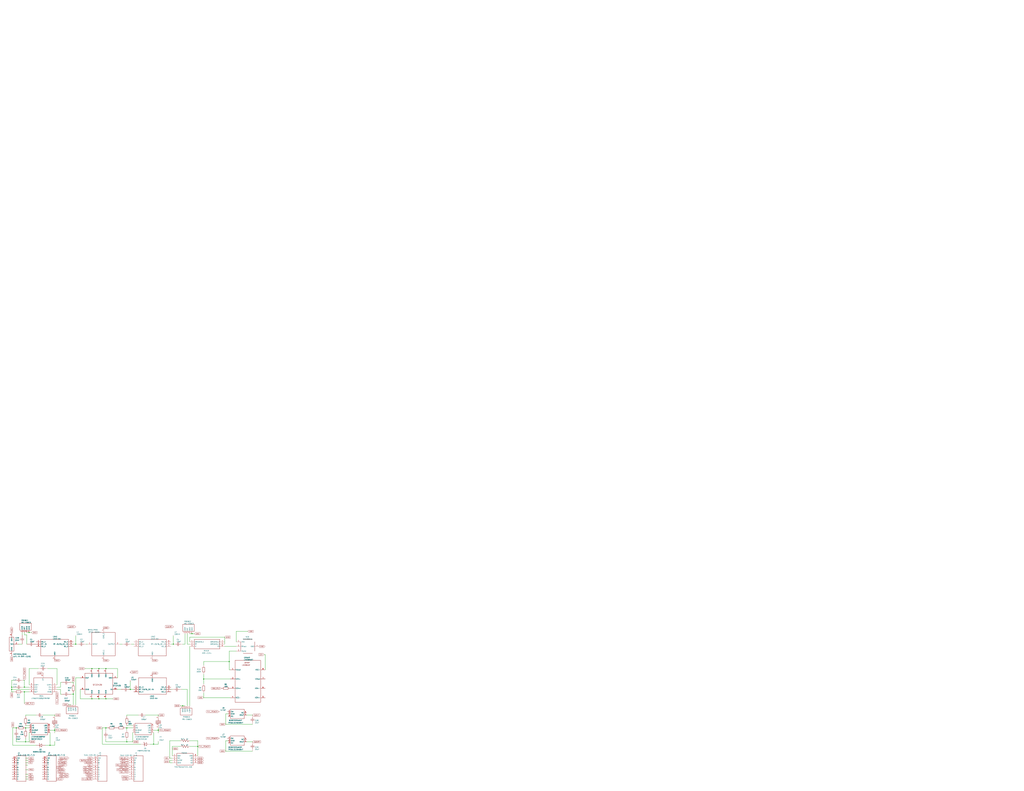
<source format=kicad_sch>
(kicad_sch (version 20211123) (generator eeschema)
  (paper "E")
  (junction (at 215.9 815.213))
  (junction (at 107.95 763.143))
  (junction (at 100.33 763.143))
  (junction (at 27.94 794.893))
  (junction (at 115.57 763.143))
  (junction (at 142.24 752.983))
  (junction (at 115.57 730.123))
  (junction (at 26.67 750.443))
  (junction (at 17.78 794.893))
  (junction (at 27.94 810.133))
  (junction (at 222.25 741.553))
  (junction (at 59.69 797.433))
  (junction (at 209.55 692.023))
  (junction (at 80.01 758.063))
  (junction (at 82.55 703.453))
  (junction (at 138.43 810.133))
  (junction (at 199.39 770.763))
  (junction (at 31.75 690.753))
  (junction (at 250.19 722.503))
  (junction (at 189.23 703.453))
  (junction (at 167.64 812.673))
  (junction (at 172.72 797.433))
  (junction (at 107.95 730.123))
  (junction (at 138.43 794.893))
  (junction (at 26.67 755.523))
  (junction (at 12.7 750.443))
  (junction (at 54.61 813.943))
  (junction (at 12.7 752.983))
  (junction (at 115.57 794.893))
  (junction (at 100.33 730.123))
  (wire (pts (xy 204.47 692.023) (xy 204.47 703.453)) (stroke (width 0.254)))
  (wire (pts (xy 212.09 692.023) (xy 209.55 692.023)) (stroke (width 0.254)))
  (wire (pts (xy 138.43 810.133) (xy 138.43 807.593)) (stroke (width 0.254)))
  (wire (pts (xy 13.97 794.893) (xy 17.78 794.893)) (stroke (width 0.254)))
  (wire (pts (xy 80.01 769.493) (xy 80.01 758.063)) (stroke (width 0.254)))
  (wire (pts (xy 289.56 714.883) (xy 288.29 714.883)) (stroke (width 0.254)))
  (wire (pts (xy 185.42 827.913) (xy 185.42 808.863)) (stroke (width 0.254)))
  (wire (pts (xy 111.76 794.893) (xy 111.76 812.673)) (stroke (width 0.254)))
  (wire (pts (xy 185.42 808.863) (xy 196.85 808.863)) (stroke (width 0.254)))
  (wire (pts (xy 93.98 703.453) (xy 95.25 703.453)) (stroke (width 0.254)))
  (wire (pts (xy 289.56 731.393) (xy 289.56 714.883)) (stroke (width 0.254)))
  (wire (pts (xy 54.61 813.943) (xy 49.53 813.943)) (stroke (width 0.254)))
  (wire (pts (xy 257.81 711.073) (xy 250.19 711.073)) (stroke (width 0.254)))
  (wire (pts (xy 82.55 694.563) (xy 82.55 703.453)) (stroke (width 0.254)))
  (wire (pts (xy 27.94 796.163) (xy 27.94 794.893)) (stroke (width 0.254)))
  (wire (pts (xy 66.04 745.363) (xy 67.31 745.363)) (stroke (width 0.254)))
  (wire (pts (xy 59.69 810.133) (xy 59.69 813.943)) (stroke (width 0.254)))
  (wire (pts (xy 172.72 780.923) (xy 172.72 782.193)) (stroke (width 0.254)))
  (wire (pts (xy 26.67 742.823) (xy 26.67 750.443)) (stroke (width 0.254)))
  (wire (pts (xy 34.29 690.753) (xy 31.75 690.753)) (stroke (width 0.254)))
  (wire (pts (xy 26.67 690.753) (xy 26.67 693.293)) (stroke (width 0.254)))
  (wire (pts (xy 215.9 815.213) (xy 207.01 815.213)) (stroke (width 0.254)))
  (wire (pts (xy 187.96 832.993) (xy 185.42 832.993)) (stroke (width 0.254)))
  (wire (pts (xy 27.94 782.193) (xy 27.94 780.923)) (stroke (width 0.254)))
  (wire (pts (xy 167.64 797.433) (xy 172.72 797.433)) (stroke (width 0.254)))
  (wire (pts (xy 25.4 742.823) (xy 26.67 742.823)) (stroke (width 0.254)))
  (wire (pts (xy 257.81 689.483) (xy 270.51 689.483)) (stroke (width 0.254)))
  (wire (pts (xy 62.23 752.983) (xy 66.04 752.983)) (stroke (width 0.254)))
  (wire (pts (xy 151.13 780.923) (xy 138.43 780.923)) (stroke (width 0.254)))
  (wire (pts (xy 215.9 825.373) (xy 215.9 815.213)) (stroke (width 0.254)))
  (wire (pts (xy 15.24 755.523) (xy 12.7 755.523)) (stroke (width 0.254)))
  (wire (pts (xy 20.32 703.453) (xy 24.13 703.453)) (stroke (width 0.254)))
  (wire (pts (xy 138.43 794.893) (xy 144.78 794.893)) (stroke (width 0.254)))
  (wire (pts (xy 172.72 810.133) (xy 172.72 812.673)) (stroke (width 0.254)))
  (wire (pts (xy 246.38 779.653) (xy 248.92 779.653)) (stroke (width 0.254)))
  (wire (pts (xy 59.69 813.943) (xy 54.61 813.943)) (stroke (width 0.254)))
  (wire (pts (xy 246.38 808.863) (xy 248.92 808.863)) (stroke (width 0.254)))
  (wire (pts (xy 196.85 770.763) (xy 199.39 770.763)) (stroke (width 0.254)))
  (wire (pts (xy 144.78 799.973) (xy 144.78 810.133)) (stroke (width 0.254)))
  (wire (pts (xy 30.48 850.773) (xy 27.94 850.773)) (stroke (width 0.254)))
  (wire (pts (xy 62.23 730.123) (xy 62.23 747.903)) (stroke (width 0.254)))
  (wire (pts (xy 31.75 792.353) (xy 27.94 792.353)) (stroke (width 0.254)))
  (wire (pts (xy 59.69 780.923) (xy 59.69 782.193)) (stroke (width 0.254)))
  (wire (pts (xy 27.94 780.923) (xy 39.37 780.923)) (stroke (width 0.254)))
  (wire (pts (xy 115.57 730.123) (xy 128.27 730.123)) (stroke (width 0.254)))
  (wire (pts (xy 201.93 703.453) (xy 199.39 703.453)) (stroke (width 0.254)))
  (wire (pts (xy 123.19 763.143) (xy 115.57 763.143)) (stroke (width 0.254)))
  (wire (pts (xy 31.75 690.753) (xy 29.21 690.753)) (stroke (width 0.254)))
  (wire (pts (xy 31.75 752.983) (xy 12.7 752.983)) (stroke (width 0.254)))
  (wire (pts (xy 275.59 791.083) (xy 246.38 791.083)) (stroke (width 0.254)))
  (wire (pts (xy 27.94 810.133) (xy 27.94 806.323)) (stroke (width 0.254)))
  (wire (pts (xy 39.37 813.943) (xy 13.97 813.943)) (stroke (width 0.254)))
  (wire (pts (xy 132.08 752.983) (xy 128.27 752.983)) (stroke (width 0.254)))
  (wire (pts (xy 25.4 755.523) (xy 26.67 755.523)) (stroke (width 0.254)))
  (wire (pts (xy 207.01 705.993) (xy 207.01 770.763)) (stroke (width 0.254)))
  (wire (pts (xy 82.55 769.493) (xy 82.55 740.283)) (stroke (width 0.254)))
  (wire (pts (xy 15.24 742.823) (xy 12.7 742.823)) (stroke (width 0.254)))
  (wire (pts (xy 27.94 827.913) (xy 30.48 827.913)) (stroke (width 0.254)))
  (wire (pts (xy 142.24 752.983) (xy 142.24 744.093)) (stroke (width 0.254)))
  (wire (pts (xy 187.96 752.983) (xy 186.69 752.983)) (stroke (width 0.254)))
  (wire (pts (xy 204.47 703.453) (xy 207.01 703.453)) (stroke (width 0.254)))
  (wire (pts (xy 246.38 791.083) (xy 246.38 779.653)) (stroke (width 0.254)))
  (wire (pts (xy 250.19 722.503) (xy 222.25 722.503)) (stroke (width 0.254)))
  (wire (pts (xy 31.75 799.973) (xy 31.75 810.133)) (stroke (width 0.254)))
  (wire (pts (xy 138.43 792.353) (xy 144.78 792.353)) (stroke (width 0.254)))
  (wire (pts (xy 138.43 797.433) (xy 138.43 794.893)) (stroke (width 0.254)))
  (wire (pts (xy 269.24 810.133) (xy 275.59 810.133)) (stroke (width 0.254)))
  (wire (pts (xy 12.7 742.823) (xy 12.7 750.443)) (stroke (width 0.254)))
  (wire (pts (xy 107.95 763.143) (xy 100.33 763.143)) (stroke (width 0.254)))
  (wire (pts (xy 185.42 830.453) (xy 187.96 830.453)) (stroke (width 0.254)))
  (wire (pts (xy 66.04 752.983) (xy 66.04 758.063)) (stroke (width 0.254)))
  (wire (pts (xy 100.33 730.123) (xy 107.95 730.123)) (stroke (width 0.254)))
  (wire (pts (xy 80.01 756.793) (xy 80.01 758.063)) (stroke (width 0.254)))
  (wire (pts (xy 27.94 830.453) (xy 30.48 830.453)) (stroke (width 0.254)))
  (wire (pts (xy 26.67 693.293) (xy 29.21 693.293)) (stroke (width 0.254)))
  (wire (pts (xy 26.67 755.523) (xy 26.67 768.223)) (stroke (width 0.254)))
  (wire (pts (xy 204.47 752.983) (xy 198.12 752.983)) (stroke (width 0.254)))
  (wire (pts (xy 130.81 703.453) (xy 133.35 703.453)) (stroke (width 0.254)))
  (wire (pts (xy 209.55 692.023) (xy 207.01 692.023)) (stroke (width 0.254)))
  (wire (pts (xy 250.19 711.073) (xy 250.19 722.503)) (stroke (width 0.254)))
  (wire (pts (xy 257.81 705.993) (xy 245.11 705.993)) (stroke (width 0.254)))
  (wire (pts (xy 115.57 807.593) (xy 115.57 810.133)) (stroke (width 0.254)))
  (wire (pts (xy 167.64 799.973) (xy 167.64 812.673)) (stroke (width 0.254)))
  (wire (pts (xy 31.75 730.123) (xy 41.91 730.123)) (stroke (width 0.254)))
  (wire (pts (xy 245.11 695.833) (xy 245.11 703.453)) (stroke (width 0.254)))
  (wire (pts (xy 222.25 761.873) (xy 222.25 756.793)) (stroke (width 0.254)))
  (wire (pts (xy 100.33 763.143) (xy 87.63 763.143)) (stroke (width 0.254)))
  (wire (pts (xy 80.01 746.633) (xy 80.01 745.363)) (stroke (width 0.254)))
  (wire (pts (xy 115.57 763.143) (xy 107.95 763.143)) (stroke (width 0.254)))
  (wire (pts (xy 222.25 746.633) (xy 222.25 741.553)) (stroke (width 0.254)))
  (wire (pts (xy 172.72 797.433) (xy 172.72 794.893)) (stroke (width 0.254)))
  (wire (pts (xy 222.25 741.553) (xy 251.46 741.553)) (stroke (width 0.254)))
  (wire (pts (xy 12.7 755.523) (xy 12.7 752.983)) (stroke (width 0.254)))
  (wire (pts (xy 80.01 758.063) (xy 77.47 758.063)) (stroke (width 0.254)))
  (wire (pts (xy 187.96 827.913) (xy 185.42 827.913)) (stroke (width 0.254)))
  (wire (pts (xy 26.67 750.443) (xy 25.4 750.443)) (stroke (width 0.254)))
  (wire (pts (xy 80.01 703.453) (xy 82.55 703.453)) (stroke (width 0.254)))
  (wire (pts (xy 31.75 810.133) (xy 27.94 810.133)) (stroke (width 0.254)))
  (wire (pts (xy 146.05 752.983) (xy 142.24 752.983)) (stroke (width 0.254)))
  (wire (pts (xy 59.69 797.433) (xy 59.69 794.893)) (stroke (width 0.254)))
  (wire (pts (xy 26.67 755.523) (xy 31.75 755.523)) (stroke (width 0.254)))
  (wire (pts (xy 222.25 722.503) (xy 222.25 726.313)) (stroke (width 0.254)))
  (wire (pts (xy 137.16 794.893) (xy 138.43 794.893)) (stroke (width 0.254)))
  (wire (pts (xy 92.71 730.123) (xy 100.33 730.123)) (stroke (width 0.254)))
  (wire (pts (xy 12.7 752.983) (xy 12.7 750.443)) (stroke (width 0.254)))
  (wire (pts (xy 115.57 797.433) (xy 115.57 794.893)) (stroke (width 0.254)))
  (wire (pts (xy 215.9 808.863) (xy 215.9 815.213)) (stroke (width 0.254)))
  (wire (pts (xy 167.64 812.673) (xy 163.83 812.673)) (stroke (width 0.254)))
  (wire (pts (xy 31.75 794.893) (xy 27.94 794.893)) (stroke (width 0.254)))
  (wire (pts (xy 269.24 780.923) (xy 275.59 780.923)) (stroke (width 0.254)))
  (wire (pts (xy 138.43 780.923) (xy 138.43 782.193)) (stroke (width 0.254)))
  (wire (pts (xy 128.27 730.123) (xy 128.27 740.283)) (stroke (width 0.254)))
  (wire (pts (xy 186.69 703.453) (xy 189.23 703.453)) (stroke (width 0.254)))
  (wire (pts (xy 54.61 797.433) (xy 59.69 797.433)) (stroke (width 0.254)))
  (wire (pts (xy 87.63 763.143) (xy 87.63 752.983)) (stroke (width 0.254)))
  (wire (pts (xy 12.7 750.443) (xy 15.24 750.443)) (stroke (width 0.254)))
  (wire (pts (xy 275.59 820.293) (xy 246.38 820.293)) (stroke (width 0.254)))
  (wire (pts (xy 246.38 820.293) (xy 246.38 808.863)) (stroke (width 0.254)))
  (wire (pts (xy 143.51 703.453) (xy 146.05 703.453)) (stroke (width 0.254)))
  (wire (pts (xy 196.85 815.213) (xy 187.96 815.213)) (stroke (width 0.254)))
  (wire (pts (xy 31.75 750.443) (xy 26.67 750.443)) (stroke (width 0.254)))
  (wire (pts (xy 250.19 731.393) (xy 250.19 722.503)) (stroke (width 0.254)))
  (wire (pts (xy 17.78 810.133) (xy 27.94 810.133)) (stroke (width 0.254)))
  (wire (pts (xy 52.07 730.123) (xy 62.23 730.123)) (stroke (width 0.254)))
  (wire (pts (xy 30.48 848.233) (xy 27.94 848.233)) (stroke (width 0.254)))
  (wire (pts (xy 17.78 806.323) (xy 17.78 810.133)) (stroke (width 0.254)))
  (wire (pts (xy 82.55 740.283) (xy 87.63 740.283)) (stroke (width 0.254)))
  (wire (pts (xy 82.55 703.453) (xy 83.82 703.453)) (stroke (width 0.254)))
  (wire (pts (xy 158.75 780.923) (xy 172.72 780.923)) (stroke (width 0.254)))
  (wire (pts (xy 207.01 695.833) (xy 207.01 700.913)) (stroke (width 0.254)))
  (wire (pts (xy 27.94 832.993) (xy 30.48 832.993)) (stroke (width 0.254)))
  (wire (pts (xy 29.21 693.293) (xy 29.21 703.453)) (stroke (width 0.254)))
  (wire (pts (xy 222.25 736.473) (xy 222.25 741.553)) (stroke (width 0.254)))
  (wire (pts (xy 13.97 813.943) (xy 13.97 794.893)) (stroke (width 0.254)))
  (wire (pts (xy 74.93 769.493) (xy 77.47 769.493)) (stroke (width 0.254)))
  (wire (pts (xy 185.42 830.453) (xy 185.42 832.993)) (stroke (width 0.254)))
  (wire (pts (xy 187.96 815.213) (xy 187.96 825.373)) (stroke (width 0.254)))
  (wire (pts (xy 207.01 808.863) (xy 215.9 808.863)) (stroke (width 0.254)))
  (wire (pts (xy 115.57 794.893) (xy 111.76 794.893)) (stroke (width 0.254)))
  (wire (pts (xy 27.94 845.693) (xy 30.48 845.693)) (stroke (width 0.254)))
  (wire (pts (xy 245.11 695.833) (xy 207.01 695.833)) (stroke (width 0.254)))
  (wire (pts (xy 24.13 693.293) (xy 24.13 690.753)) (stroke (width 0.254)))
  (wire (pts (xy 31.75 747.903) (xy 31.75 730.123)) (stroke (width 0.254)))
  (wire (pts (xy 204.47 770.763) (xy 204.47 752.983)) (stroke (width 0.254)))
  (wire (pts (xy 172.72 799.973) (xy 172.72 797.433)) (stroke (width 0.254)))
  (wire (pts (xy 111.76 812.673) (xy 153.67 812.673)) (stroke (width 0.254)))
  (wire (pts (xy 27.94 835.533) (xy 30.48 835.533)) (stroke (width 0.254)))
  (wire (pts (xy 116.84 794.893) (xy 115.57 794.893)) (stroke (width 0.254)))
  (wire (pts (xy 46.99 780.923) (xy 59.69 780.923)) (stroke (width 0.254)))
  (wire (pts (xy 17.78 794.893) (xy 17.78 796.163)) (stroke (width 0.254)))
  (wire (pts (xy 257.81 700.913) (xy 257.81 689.483)) (stroke (width 0.254)))
  (wire (pts (xy 172.72 812.673) (xy 167.64 812.673)) (stroke (width 0.254)))
  (wire (pts (xy 107.95 730.123) (xy 115.57 730.123)) (stroke (width 0.254)))
  (wire (pts (xy 27.94 840.613) (xy 30.48 840.613)) (stroke (width 0.254)))
  (wire (pts (xy 80.01 745.363) (xy 77.47 745.363)) (stroke (width 0.254)))
  (wire (pts (xy 144.78 810.133) (xy 138.43 810.133)) (stroke (width 0.254)))
  (wire (pts (xy 66.04 750.443) (xy 66.04 745.363)) (stroke (width 0.254)))
  (wire (pts (xy 66.04 758.063) (xy 67.31 758.063)) (stroke (width 0.254)))
  (wire (pts (xy 59.69 797.433) (xy 59.69 799.973)) (stroke (width 0.254)))
  (wire (pts (xy 189.23 694.563) (xy 189.23 703.453)) (stroke (width 0.254)))
  (wire (pts (xy 115.57 810.133) (xy 138.43 810.133)) (stroke (width 0.254)))
  (wire (pts (xy 251.46 731.393) (xy 250.19 731.393)) (stroke (width 0.254)))
  (wire (pts (xy 251.46 761.873) (xy 222.25 761.873)) (stroke (width 0.254)))
  (wire (pts (xy 199.39 770.763) (xy 201.93 770.763)) (stroke (width 0.254)))
  (wire (pts (xy 201.93 692.023) (xy 201.93 703.453)) (stroke (width 0.254)))
  (wire (pts (xy 62.23 750.443) (xy 66.04 750.443)) (stroke (width 0.254)))
  (wire (pts (xy 54.61 799.973) (xy 54.61 813.943)) (stroke (width 0.254)))
  (global_label "SDA" (shape input) (at 187.96 817.753 0) (property "Intersheet References" "${INTERSHEET_REFS}" (effects hide)))
  (global_label "GND" (shape input) (at 92.71 730.123 180) (property "Intersheet References" "${INTERSHEET_REFS}" (effects hide)))
  (global_label "TX" (shape input) (at 30.48 832.993 0) (property "Intersheet References" "${INTERSHEET_REFS}" (effects hide)))
  (global_label "RST" (shape input) (at 101.6 827.913 180) (property "Intersheet References" "${INTERSHEET_REFS}" (effects hide)))
  (global_label "GND" (shape input) (at 59.69 780.923 0) (property "Intersheet References" "${INTERSHEET_REFS}" (effects hide)))
  (global_label "SEL_PH1" (shape input) (at 101.6 838.073 180) (property "Intersheet References" "${INTERSHEET_REFS}" (effects hide)))
  (global_label "GND" (shape input) (at 221.996 830.453 180) (property "Intersheet References" "${INTERSHEET_REFS}" (effects hide)))
  (global_label "3.6VRF" (shape input) (at 275.59 810.133 0) (property "Intersheet References" "${INTERSHEET_REFS}" (effects hide)))
  (global_label "GND" (shape input) (at 144.78 810.133 0) (property "Intersheet References" "${INTERSHEET_REFS}" (effects hide)))
  (global_label "SOLAR_X" (shape input) (at 75.184 827.913 180) (property "Intersheet References" "${INTERSHEET_REFS}" (effects hide)))
  (global_label "SCL" (shape input) (at 30.48 848.233 0) (property "Intersheet References" "${INTERSHEET_REFS}" (effects hide)))
  (global_label "MPPT_Y" (shape input) (at 140.97 832.993 180) (property "Intersheet References" "${INTERSHEET_REFS}" (effects hide)))
  (global_label "DAC_PL2" (shape input) (at 75.184 845.693 180) (property "Intersheet References" "${INTERSHEET_REFS}" (effects hide)))
  (global_label "GND" (shape input) (at 46.99 735.203 180) (property "Intersheet References" "${INTERSHEET_REFS}" (effects hide)))
  (global_label "PALE" (shape input) (at 101.6 848.233 180) (property "Intersheet References" "${INTERSHEET_REFS}" (effects hide)))
  (global_label "CHRG" (shape input) (at 140.97 850.773 180) (property "Intersheet References" "${INTERSHEET_REFS}" (effects hide)))
  (global_label "GND" (shape input) (at 12.7 684.657 270) (property "Intersheet References" "${INTERSHEET_REFS}" (effects hide)))
  (global_label "GND" (shape input) (at 74.93 769.493 180) (property "Intersheet References" "${INTERSHEET_REFS}" (effects hide)))
  (global_label "MPPT_X" (shape input) (at 73.152 830.453 180) (property "Intersheet References" "${INTERSHEET_REFS}" (effects hide)))
  (global_label "P/L_POWER" (shape input) (at 26.67 742.823 90) (property "Intersheet References" "${INTERSHEET_REFS}" (effects hide)))
  (global_label "GND" (shape input) (at 12.7 755.523 270) (property "Intersheet References" "${INTERSHEET_REFS}" (effects hide)))
  (global_label "GND" (shape input) (at 245.11 695.833 0) (property "Intersheet References" "${INTERSHEET_REFS}" (effects hide)))
  (global_label "SEL_PH3" (shape input) (at 140.97 843.153 180) (property "Intersheet References" "${INTERSHEET_REFS}" (effects hide)))
  (global_label "GND" (shape input) (at 221.996 827.913 180) (property "Intersheet References" "${INTERSHEET_REFS}" (effects hide)))
  (global_label "GND" (shape input) (at 31.75 810.133 0) (property "Intersheet References" "${INTERSHEET_REFS}" (effects hide)))
  (global_label "SCL" (shape input) (at 185.42 827.913 180) (property "Intersheet References" "${INTERSHEET_REFS}" (effects hide)))
  (global_label "P/L_POWER" (shape input) (at 140.97 840.613 180) (property "Intersheet References" "${INTERSHEET_REFS}" (effects hide)))
  (global_label "GND" (shape input) (at 289.306 705.993 180) (property "Intersheet References" "${INTERSHEET_REFS}" (effects hide)))
  (global_label "SEL" (shape input) (at 101.6 835.533 180) (property "Intersheet References" "${INTERSHEET_REFS}" (effects hide)))
  (global_label "P/L_POWER" (shape input) (at 172.72 797.433 0) (property "Intersheet References" "${INTERSHEET_REFS}" (effects hide)))
  (global_label "GND" (shape input) (at 246.38 791.083 180) (property "Intersheet References" "${INTERSHEET_REFS}" (effects hide)))
  (global_label "NRST" (shape input) (at 69.088 838.073 180) (property "Intersheet References" "${INTERSHEET_REFS}" (effects hide)))
  (global_label "22V" (shape input) (at 13.97 794.893 90) (property "Intersheet References" "${INTERSHEET_REFS}" (effects hide)))
  (global_label "GND" (shape input) (at 172.72 780.923 0) (property "Intersheet References" "${INTERSHEET_REFS}" (effects hide)))
  (global_label "GND" (shape input) (at 172.466 735.203 180) (property "Intersheet References" "${INTERSHEET_REFS}" (effects hide)))
  (global_label "GND" (shape input) (at 119.126 685.673 180) (property "Intersheet References" "${INTERSHEET_REFS}" (effects hide)))
  (global_label "GND" (shape input) (at 34.29 690.753 0) (property "Intersheet References" "${INTERSHEET_REFS}" (effects hide)))
  (global_label "3.6VRF" (shape input) (at 189.23 684.403 180) (property "Intersheet References" "${INTERSHEET_REFS}" (effects hide)))
  (global_label "3.6VIF" (shape input) (at 142.24 733.933 0) (property "Intersheet References" "${INTERSHEET_REFS}" (effects hide)))
  (global_label "P/L_POWER" (shape input) (at 62.23 755.523 270) (property "Intersheet References" "${INTERSHEET_REFS}" (effects hide)))
  (global_label "ADC_PL2" (shape input) (at 26.67 768.223 0) (property "Intersheet References" "${INTERSHEET_REFS}" (effects hide)))
  (global_label "DAC_PL2" (shape input) (at 241.3 751.713 180) (property "Intersheet References" "${INTERSHEET_REFS}" (effects hide)))
  (global_label "10V" (shape input) (at 111.76 794.893 180) (property "Intersheet References" "${INTERSHEET_REFS}" (effects hide)))
  (global_label "FAULT" (shape input) (at 140.97 848.233 180) (property "Intersheet References" "${INTERSHEET_REFS}" (effects hide)))
  (global_label "P/L2BURN" (shape input) (at 101.6 850.773 180) (property "Intersheet References" "${INTERSHEET_REFS}" (effects hide)))
  (global_label "PDATA" (shape input) (at 101.6 845.693 180) (property "Intersheet References" "${INTERSHEET_REFS}" (effects hide)))
  (global_label "GND" (shape input) (at 119.126 721.233 180) (property "Intersheet References" "${INTERSHEET_REFS}" (effects hide)))
  (global_label "GND" (shape input) (at 246.38 820.293 180) (property "Intersheet References" "${INTERSHEET_REFS}" (effects hide)))
  (global_label "GND" (shape input) (at 30.48 830.453 0) (property "Intersheet References" "${INTERSHEET_REFS}" (effects hide)))
  (global_label "ADC_PH1" (shape input) (at 140.97 838.073 180) (property "Intersheet References" "${INTERSHEET_REFS}" (effects hide)))
  (global_label "HEATER" (shape input) (at 101.6 832.993 180) (property "Intersheet References" "${INTERSHEET_REFS}" (effects hide)))
  (global_label "P/L_POWER" (shape input) (at 59.69 797.433 0) (property "Intersheet References" "${INTERSHEET_REFS}" (effects hide)))
  (global_label "SWCLK" (shape input) (at 71.12 843.153 180) (property "Intersheet References" "${INTERSHEET_REFS}" (effects hide)))
  (global_label "BURNCOMMS" (shape input) (at 101.6 830.453 180) (property "Intersheet References" "${INTERSHEET_REFS}" (effects hide)))
  (global_label "3.6VRF" (shape input) (at 82.55 684.403 180) (property "Intersheet References" "${INTERSHEET_REFS}" (effects hide)))
  (global_label "GND" (shape input) (at 172.466 721.233 180) (property "Intersheet References" "${INTERSHEET_REFS}" (effects hide)))
  (global_label "P/L_POWER" (shape input) (at 238.76 777.113 180) (property "Intersheet References" "${INTERSHEET_REFS}" (effects hide)))
  (global_label "GND" (shape input) (at 221.996 832.993 180) (property "Intersheet References" "${INTERSHEET_REFS}" (effects hide)))
  (global_label "3.6VIF" (shape input) (at 275.59 780.923 0) (property "Intersheet References" "${INTERSHEET_REFS}" (effects hide)))
  (global_label "ADC_PL2" (shape input) (at 75.184 848.233 180) (property "Intersheet References" "${INTERSHEET_REFS}" (effects hide)))
  (global_label "RST_DRIVERS" (shape input) (at 140.97 835.533 180) (property "Intersheet References" "${INTERSHEET_REFS}" (effects hide)))
  (global_label "CHGOFF" (shape input) (at 73.152 835.533 180) (property "Intersheet References" "${INTERSHEET_REFS}" (effects hide)))
  (global_label "GND" (shape input) (at 196.85 770.763 180) (property "Intersheet References" "${INTERSHEET_REFS}" (effects hide)))
  (global_label "RX" (shape input) (at 30.48 845.693 0) (property "Intersheet References" "${INTERSHEET_REFS}" (effects hide)))
  (global_label "GND" (shape input) (at 212.09 692.023 0) (property "Intersheet References" "${INTERSHEET_REFS}" (effects hide)))
  (global_label "GND" (shape input) (at 65.786 721.233 180) (property "Intersheet References" "${INTERSHEET_REFS}" (effects hide)))
  (global_label "SOLAR_Z" (shape input) (at 140.97 827.913 180) (property "Intersheet References" "${INTERSHEET_REFS}" (effects hide)))
  (global_label "SOLAR_Y" (shape input) (at 101.6 843.153 180) (property "Intersheet References" "${INTERSHEET_REFS}" (effects hide)))
  (global_label "SWDIO" (shape input) (at 71.12 840.613 180) (property "Intersheet References" "${INTERSHEET_REFS}" (effects hide)))
  (global_label "SDA" (shape input) (at 30.48 850.773 0) (property "Intersheet References" "${INTERSHEET_REFS}" (effects hide)))
  (global_label "P/L_POWER" (shape input) (at 215.9 815.213 0) (property "Intersheet References" "${INTERSHEET_REFS}" (effects hide)))
  (global_label "PCLK" (shape input) (at 69.088 850.773 180) (property "Intersheet References" "${INTERSHEET_REFS}" (effects hide)))
  (global_label "VCC" (shape input) (at 30.48 827.913 0) (property "Intersheet References" "${INTERSHEET_REFS}" (effects hide)))
  (global_label "SEL_PH2" (shape input) (at 101.6 840.613 180) (property "Intersheet References" "${INTERSHEET_REFS}" (effects hide)))
  (global_label "MPPT_Z" (shape input) (at 140.97 830.453 180) (property "Intersheet References" "${INTERSHEET_REFS}" (effects hide)))
  (global_label "GND" (shape input) (at 12.7 716.153 270) (property "Intersheet References" "${INTERSHEET_REFS}" (effects hide)))
  (global_label "PFO" (shape input) (at 30.48 840.613 0) (property "Intersheet References" "${INTERSHEET_REFS}" (effects hide)))
  (global_label "10V" (shape input) (at 270.51 689.483 0) (property "Intersheet References" "${INTERSHEET_REFS}" (effects hide)))
  (global_label "GND" (shape input) (at 222.25 761.873 180) (property "Intersheet References" "${INTERSHEET_REFS}" (effects hide)))
  (global_label "GND" (shape input) (at 185.42 831.723 180) (property "Intersheet References" "${INTERSHEET_REFS}" (effects hide)))
  (global_label "22V" (shape input) (at 288.29 714.883 180) (property "Intersheet References" "${INTERSHEET_REFS}" (effects hide)))
  (global_label "P/L_POWER" (shape input) (at 238.76 806.323 180) (property "Intersheet References" "${INTERSHEET_REFS}" (effects hide)))
  (global_label "GND" (shape input) (at 123.19 763.143 0) (property "Intersheet References" "${INTERSHEET_REFS}" (effects hide)))
  (global_label "GND" (shape input) (at 80.01 745.363 90) (property "Intersheet References" "${INTERSHEET_REFS}" (effects hide)))
  (global_label "CLPROG" (shape input) (at 73.152 832.993 180) (property "Intersheet References" "${INTERSHEET_REFS}" (effects hide)))
  (symbol (lib_id "L2_PCB-altium-import:0_10pF") (at 88.9 703.453 0) (unit 1)
    (property "Reference" "C2" (at 87.3836 699.1266 0) (effects (justify left bottom)))
    (property "Value" "10pF" (at 87.3836 701.3999 0) (effects (justify left bottom)))
    (property "Footprint" "C0603" (effects hide))
    (property "BOM_SUPPLIER" "LCSC" (effects hide))
    (property "BOM_SUPPLIER PART" "C576799" (effects hide))
    (property "BOM_MANUFACTURER" "YAGEO" (effects hide))
    (property "BOM_MANUFACTURER PART" "CC0603JRNPO0BN100" (effects hide))
    (property "NAMEALIAS" "Capacitance" (effects hide))
    (property "CONTRIBUTOR" "LCSC" (effects hide))
    (property "BOM_JLCPCB PART CLASS" "Extended Part" (effects hide))
    (property "SPICEPRE" "C" (effects hide))
    (property "SPICESYMBOLNAME" "CC0603JRNPO0BN100" (effects hide))
  )
  (symbol (lib_id "L2_PCB-altium-import:0_120K") (at 121.92 794.893 0) (unit 1)
    (property "Reference" "R5" (at 120.2944 791.2092 0) (effects (justify left bottom)))
    (property "Value" "120K" (at 120.3477 793.96 0) (effects (justify left bottom)))
    (property "Footprint" "R0603" (effects hide))
    (property "BOM_SUPPLIER" "LCSC" (effects hide))
    (property "BOM_SUPPLIER PART" "C384257" (effects hide))
    (property "BOM_MANUFACTURER" "Walsin Tech Corp" (effects hide))
    (property "BOM_MANUFACTURER PART" "WR06X243 JTL" (effects hide))
    (property "NAMEALIAS" "Resistance (Ohms)" (effects hide))
    (property "CONTRIBUTOR" "LCSC" (effects hide))
    (property "BOM_JLCPCB PART CLASS" "Extended Part" (effects hide))
    (property "SPICEPRE" "R" (effects hide))
    (property "SPICESYMBOLNAME" "WR06X243 JTL" (effects hide))
  )
  (symbol (lib_id "L2_PCB-altium-import:1_10uH") (at 59.69 805.053 0) (unit 1)
    (property "Reference" "L5" (at 60.706 806.66 0) (effects (justify left bottom)))
    (property "Value" "10uH" (at 60.706 808.9003 0) (effects (justify left bottom)))
    (property "Footprint" "L0603" (effects hide))
    (property "BOM_SUPPLIER" "LCSC" (effects hide))
    (property "BOM_SUPPLIER PART" "C162580" (effects hide))
    (property "BOM_MANUFACTURER" "Murata Electronics" (effects hide))
    (property "BOM_MANUFACTURER PART" "LQM18PN2R2NC0L" (effects hide))
    (property "NAMEALIAS" "Inductance" (effects hide))
    (property "CONTRIBUTOR" "LCSC" (effects hide))
    (property "BOM_JLCPCB PART CLASS" "Extended Part" (effects hide))
    (property "SPICEPRE" "L" (effects hide))
    (property "SPICESYMBOLNAME" "LQM18PN2R2NC0L" (effects hide))
  )
  (symbol (lib_id "L2_PCB-altium-import:0_LEE2-6+") (at 59.436 709.549 0) (unit 1)
    (property "Reference" "LNA1" (at 57.7723 695.9872 0) (effects (justify left bottom)))
    (property "Value" "LEE2-6+" (at 57.7723 698.3519 0) (effects (justify left bottom)))
    (property "Footprint" "SON65P200X200X105-7N" (effects hide))
    (property "CONTRIBUTOR" "Blothr" (effects hide))
    (property "SPICEPRE" "I" (effects hide))
    (property "SPICESYMBOLNAME" "LEE2-6+" (effects hide))
  )
  (symbol (lib_id "L2_PCB-altium-import:0_22uF") (at 275.59 786.003 0) (unit 1)
    (property "Reference" "C18" (at 278.13 787.5745 0) (effects (justify left bottom)))
    (property "Value" "22uF" (at 278.13 789.9062 0) (effects (justify left bottom)))
    (property "Footprint" "C0603" (effects hide))
    (property "BOM_SUPPLIER" "LCSC" (effects hide))
    (property "BOM_SUPPLIER PART" "C386017" (effects hide))
    (property "BOM_MANUFACTURER" "Taiyo Yuden" (effects hide))
    (property "BOM_MANUFACTURER PART" "JMK107BJ226MA-TD" (effects hide))
    (property "NAMEALIAS" "Capacitance" (effects hide))
    (property "CONTRIBUTOR" "LCSC" (effects hide))
    (property "BOM_JLCPCB PART CLASS" "Extended Part" (effects hide))
    (property "SPICEPRE" "C" (effects hide))
    (property "SPICESYMBOLNAME" "JMK107BJ226MA-TD" (effects hide))
  )
  (symbol (lib_id "L2_PCB-altium-import:0_20K") (at 132.08 794.893 0) (unit 1)
    (property "Reference" "R6" (at 130.4544 791.2092 0) (effects (justify left bottom)))
    (property "Value" "20K" (at 130.4544 793.6019 0) (effects (justify left bottom)))
    (property "Footprint" "R0603" (effects hide))
    (property "BOM_SUPPLIER" "LCSC" (effects hide))
    (property "BOM_SUPPLIER PART" "C384257" (effects hide))
    (property "BOM_MANUFACTURER" "Walsin Tech Corp" (effects hide))
    (property "BOM_MANUFACTURER PART" "WR06X243 JTL" (effects hide))
    (property "NAMEALIAS" "Resistance (Ohms)" (effects hide))
    (property "CONTRIBUTOR" "LCSC" (effects hide))
    (property "BOM_JLCPCB PART CLASS" "Extended Part" (effects hide))
    (property "SPICEPRE" "R" (effects hide))
    (property "SPICESYMBOLNAME" "WR06X243 JTL" (effects hide))
  )
  (symbol (lib_id "L2_PCB-altium-import:0_5k") (at 201.93 808.863 0) (unit 1)
    (property "Reference" "R13" (at 197.3029 807.8818 0) (effects (justify left bottom)))
    (property "Value" "5k" (at 203.2178 807.8814 0) (effects (justify left bottom)))
    (property "Footprint" "R0805" (effects hide))
    (property "NAMEALIAS" "Value(Ω)" (effects hide))
    (property "BOM_SUPPLIER PART" "71-CRCW0805J-5K" (effects hide))
    (property "BOM_SUPPLIER" "Mouser" (effects hide))
    (property "CONTRIBUTOR" "LCEDA_Lib" (effects hide))
    (property "SPICEPRE" "R" (effects hide))
    (property "SPICESYMBOLNAME" "R_0603_US" (effects hide))
    (property "BOM_MANUFACTURER PART" "CRCW08055K00JNTA" (effects hide))
    (property "BOM_MANUFACTURER" "Vishay / Dale" (effects hide))
    (property "BOM_LINK" "https://www.mouser.es/ProductDetail/Vishay-Dale/CRCW08055K00JNTA?qs=%2Fha2pyFadui6t5gBae62ocFJ46SNue422n5luvT1xmc7fnXInubqKA%3D%3D" (effects hide))
  )
  (symbol (lib_id "L2_PCB-altium-import:1_100nH") (at 82.55 689.483 0) (unit 1)
    (property "Reference" "L1" (at 83.566 691.0164 0) (effects (justify left bottom)))
    (property "Value" "100nH" (at 83.566 693.3202 0) (effects (justify left bottom)))
    (property "Footprint" "L0402" (effects hide))
    (property "BOM_SUPPLIER" "LCSC" (effects hide))
    (property "BOM_SUPPLIER PART" "C370259" (effects hide))
    (property "BOM_MANUFACTURER" "Sunlord" (effects hide))
    (property "BOM_MANUFACTURER PART" "SDFL1005LR10KTF" (effects hide))
    (property "NAMEALIAS" "Inductance" (effects hide))
    (property "CONTRIBUTOR" "LCSC" (effects hide))
    (property "BOM_JLCPCB PART CLASS" "Extended Part" (effects hide))
    (property "SPICEPRE" "L" (effects hide))
    (property "SPICESYMBOLNAME" "SDFL1005LR10KTF" (effects hide))
  )
  (symbol (lib_id "L2_PCB-altium-import:0_100pF") (at 72.39 745.363 0) (unit 1)
    (property "Reference" "C16" (at 70.8736 741.0366 0) (effects (justify left bottom)))
    (property "Value" "100pF" (at 70.8736 743.3099 0) (effects (justify left bottom)))
    (property "Footprint" "C0603" (effects hide))
    (property "BOM_SUPPLIER" "LCSC" (effects hide))
    (property "BOM_SUPPLIER PART" "C576799" (effects hide))
    (property "BOM_MANUFACTURER" "YAGEO" (effects hide))
    (property "BOM_MANUFACTURER PART" "CC0603JRNPO0BN100" (effects hide))
    (property "NAMEALIAS" "Capacitance" (effects hide))
    (property "CONTRIBUTOR" "LCSC" (effects hide))
    (property "BOM_JLCPCB PART CLASS" "Extended Part" (effects hide))
    (property "SPICEPRE" "C" (effects hide))
    (property "SPICESYMBOLNAME" "CC0603JRNPO0BN100" (effects hide))
  )
  (symbol (lib_id "L2_PCB-altium-import:1_10uF") (at 17.78 801.243 0) (unit 1)
    (property "Reference" "C12" (at 18.1457 805.3367 0) (effects (justify left bottom)))
    (property "Value" "10uF" (at 17.6149 807.8767 0) (effects (justify left bottom)))
    (property "Footprint" "C0603" (effects hide))
    (property "BOM_SUPPLIER" "LCSC" (effects hide))
    (property "BOM_SUPPLIER PART" "C469533" (effects hide))
    (property "BOM_MANUFACTURER" "Murata Electronics" (effects hide))
    (property "BOM_MANUFACTURER PART" "GRM188C80J106MA73D" (effects hide))
    (property "NAMEALIAS" "Capacitance" (effects hide))
    (property "CONTRIBUTOR" "LCSC" (effects hide))
    (property "BOM_JLCPCB PART CLASS" "Extended Part" (effects hide))
    (property "SPICEPRE" "C" (effects hide))
    (property "SPICESYMBOLNAME" "GRM188C80J106MA73D" (effects hide))
  )
  (symbol (lib_id "L2_PCB-altium-import:0_LEE2-6+") (at 166.116 709.549 0) (unit 1)
    (property "Reference" "LNA2" (at 164.4523 695.9872 0) (effects (justify left bottom)))
    (property "Value" "LEE2-6+" (at 164.4523 698.3519 0) (effects (justify left bottom)))
    (property "Footprint" "SON65P200X200X105-7N" (effects hide))
    (property "CONTRIBUTOR" "Blothr" (effects hide))
    (property "SPICEPRE" "I" (effects hide))
    (property "SPICESYMBOLNAME" "LEE2-6+" (effects hide))
  )
  (symbol (lib_id "L2_PCB-altium-import:0_5k") (at 201.93 815.213 0) (unit 1)
    (property "Reference" "R14" (at 197.3029 814.2318 0) (effects (justify left bottom)))
    (property "Value" "5k" (at 203.2178 814.2314 0) (effects (justify left bottom)))
    (property "Footprint" "R0805" (effects hide))
    (property "NAMEALIAS" "Value(Ω)" (effects hide))
    (property "BOM_SUPPLIER PART" "71-CRCW0805J-5K" (effects hide))
    (property "BOM_SUPPLIER" "Mouser" (effects hide))
    (property "CONTRIBUTOR" "LCEDA_Lib" (effects hide))
    (property "SPICEPRE" "R" (effects hide))
    (property "SPICESYMBOLNAME" "R_0603_US" (effects hide))
    (property "BOM_MANUFACTURER PART" "CRCW08055K00JNTA" (effects hide))
    (property "BOM_MANUFACTURER" "Vishay / Dale" (effects hide))
    (property "BOM_LINK" "https://www.mouser.es/ProductDetail/Vishay-Dale/CRCW08055K00JNTA?qs=%2Fha2pyFadui6t5gBae62ocFJ46SNue422n5luvT1xmc7fnXInubqKA%3D%3D" (effects hide))
  )
  (symbol (lib_id "L2_PCB-altium-import:2_33K") (at 20.32 755.523 0) (unit 1)
    (property "Reference" "R11" (at 18.2346 759.6243 0) (effects (justify left bottom)))
    (property "Value" "33K" (at 18.1813 762.1643 0) (effects (justify left bottom)))
    (property "Footprint" "R0603" (effects hide))
    (property "BOM_SUPPLIER" "LCSC" (effects hide))
    (property "BOM_SUPPLIER PART" "C384257" (effects hide))
    (property "BOM_MANUFACTURER" "Walsin Tech Corp" (effects hide))
    (property "BOM_MANUFACTURER PART" "WR06X243 JTL" (effects hide))
    (property "NAMEALIAS" "Resistance (Ohms)" (effects hide))
    (property "CONTRIBUTOR" "LCSC" (effects hide))
    (property "BOM_JLCPCB PART CLASS" "Extended Part" (effects hide))
    (property "SPICEPRE" "R" (effects hide))
    (property "SPICESYMBOLNAME" "WR06X243 JTL" (effects hide))
  )
  (symbol (lib_id "L2_PCB-altium-import:3_MS-156C3") (at 203.2 777.113 0) (unit 1)
    (property "Reference" "PROBE3" (at 199.6617 783.7467 0) (effects (justify left bottom)))
    (property "Value" "MS-156C3" (at 198.8058 786.2867 0) (effects (justify left bottom)))
    (property "Footprint" "IPEX-SMD_MS-156C3" (effects hide))
    (property "BOM_SUPPLIER" "LCSC" (effects hide))
    (property "BOM_SUPPLIER PART" "C424673" (effects hide))
    (property "BOM_MANUFACTURER" "HRS(广濑)" (effects hide))
    (property "BOM_MANUFACTURER PART" "MS-156C3" (effects hide))
    (property "CONTRIBUTOR" "LCSC" (effects hide))
    (property "BOM_JLCPCB PART CLASS" "Extended Part" (effects hide))
    (property "SPICEPRE" "R" (effects hide))
    (property "SPICESYMBOLNAME" "MS-156C3" (effects hide))
  )
  (symbol (lib_id "L2_PCB-altium-import:0_TCN75AVUA713-VAO") (at 201.676 828.929 0) (unit 1)
    (property "Reference" "TSENS" (at 197.9803 823.1167 0) (effects (justify left bottom)))
    (property "Value" "TCN75AVUA713-VAO" (at 190.251 838.3567 0) (effects (justify left bottom)))
    (property "Footprint" "SOP65P490X110-8N" (effects hide))
    (property "SPICEPRE" "I" (effects hide))
    (property "SPICESYMBOLNAME" "TCN75AVUA713-VAO" (effects hide))
  )
  (symbol (lib_id "L2_PCB-altium-import:3_33nF") (at 24.13 698.373 0) (unit 1)
    (property "Reference" "C20" (at 16.8757 697.3943 0) (effects (justify left bottom)))
    (property "Value" "33nF" (at 16.3474 699.9343 0) (effects (justify left bottom)))
    (property "Footprint" "C0603" (effects hide))
    (property "BOM_SUPPLIER" "LCSC" (effects hide))
    (property "BOM_SUPPLIER PART" "C469533" (effects hide))
    (property "BOM_MANUFACTURER" "Murata Electronics" (effects hide))
    (property "BOM_MANUFACTURER PART" "GRM188C80J106MA73D" (effects hide))
    (property "NAMEALIAS" "Capacitance" (effects hide))
    (property "CONTRIBUTOR" "LCSC" (effects hide))
    (property "BOM_JLCPCB PART CLASS" "Extended Part" (effects hide))
    (property "SPICEPRE" "C" (effects hide))
    (property "SPICESYMBOLNAME" "GRM188C80J106MA73D" (effects hide))
  )
  (symbol (lib_id "L2_PCB-altium-import:0_100pF") (at 137.16 752.983 0) (unit 1)
    (property "Reference" "C6" (at 135.6436 748.6566 0) (effects (justify left bottom)))
    (property "Value" "100pF" (at 135.6436 750.9299 0) (effects (justify left bottom)))
    (property "Footprint" "C0603" (effects hide))
    (property "BOM_SUPPLIER" "LCSC" (effects hide))
    (property "BOM_SUPPLIER PART" "C576799" (effects hide))
    (property "BOM_MANUFACTURER" "YAGEO" (effects hide))
    (property "BOM_MANUFACTURER PART" "CC0603JRNPO0BN100" (effects hide))
    (property "NAMEALIAS" "Capacitance" (effects hide))
    (property "CONTRIBUTOR" "LCSC" (effects hide))
    (property "BOM_JLCPCB PART CLASS" "Extended Part" (effects hide))
    (property "SPICEPRE" "C" (effects hide))
    (property "SPICESYMBOLNAME" "CC0603JRNPO0BN100" (effects hide))
  )
  (symbol (lib_id "L2_PCB-altium-import:0_160K") (at 22.86 794.893 0) (unit 1)
    (property "Reference" "R3" (at 21.2344 791.2092 0) (effects (justify left bottom)))
    (property "Value" "160K" (at 20.0609 793.9143 0) (effects (justify left bottom)))
    (property "Footprint" "R0603" (effects hide))
    (property "BOM_SUPPLIER" "LCSC" (effects hide))
    (property "BOM_SUPPLIER PART" "C384257" (effects hide))
    (property "BOM_MANUFACTURER" "Walsin Tech Corp" (effects hide))
    (property "BOM_MANUFACTURER PART" "WR06X243 JTL" (effects hide))
    (property "NAMEALIAS" "Resistance (Ohms)" (effects hide))
    (property "CONTRIBUTOR" "LCSC" (effects hide))
    (property "BOM_JLCPCB PART CLASS" "Extended Part" (effects hide))
    (property "SPICEPRE" "R" (effects hide))
    (property "SPICESYMBOLNAME" "WR06X243 JTL" (effects hide))
  )
  (symbol (lib_id "L2_PCB-altium-import:3_20K") (at 222.25 751.713 0) (unit 1)
    (property "Reference" "R9" (at 216.9236 752.0094 0) (effects (justify left bottom)))
    (property "Value" "20K" (at 216.2962 754.5494 0) (effects (justify left bottom)))
    (property "Footprint" "R0603" (effects hide))
    (property "BOM_SUPPLIER" "LCSC" (effects hide))
    (property "BOM_SUPPLIER PART" "C384257" (effects hide))
    (property "BOM_MANUFACTURER" "Walsin Tech Corp" (effects hide))
    (property "BOM_MANUFACTURER PART" "WR06X243 JTL" (effects hide))
    (property "NAMEALIAS" "Resistance (Ohms)" (effects hide))
    (property "CONTRIBUTOR" "LCSC" (effects hide))
    (property "BOM_JLCPCB PART CLASS" "Extended Part" (effects hide))
    (property "SPICEPRE" "R" (effects hide))
    (property "SPICESYMBOLNAME" "WR06X243 JTL" (effects hide))
  )
  (symbol (lib_id "L2_PCB-altium-import:1_MS-156C3") (at 27.94 684.403 0) (unit 1)
    (property "Reference" "PROBE1" (at 23.1317 678.3088 0) (effects (justify left bottom)))
    (property "Value" "MS-156C3" (at 23.1317 680.5719 0) (effects (justify left bottom)))
    (property "Footprint" "IPEX-SMD_MS-156C3" (effects hide))
    (property "BOM_SUPPLIER" "LCSC" (effects hide))
    (property "BOM_SUPPLIER PART" "C424673" (effects hide))
    (property "BOM_MANUFACTURER" "HRS(广濑)" (effects hide))
    (property "BOM_MANUFACTURER PART" "MS-156C3" (effects hide))
    (property "CONTRIBUTOR" "LCSC" (effects hide))
    (property "BOM_JLCPCB PART CLASS" "Extended Part" (effects hide))
    (property "SPICEPRE" "R" (effects hide))
    (property "SPICESYMBOLNAME" "MS-156C3" (effects hide))
  )
  (symbol (lib_id "L2_PCB-altium-import:0_MBRM120ET3G") (at 158.75 812.673 0) (unit 1)
    (property "Reference" "D1" (at 157.2336 818.09 0) (effects (justify left bottom)))
    (property "Value" "MBRM120ET3G" (at 150.0555 820.63 0) (effects (justify left bottom)))
    (property "Footprint" "POWERMITE_L2.0-W1.9-LS3.8-RD" (effects hide))
    (property "BOM_SUPPLIER PART" "C154780" (effects hide))
    (property "BOM_SUPPLIER" "LCSC" (effects hide))
    (property "BOM_MANUFACTURER" "ON" (effects hide))
    (property "BOM_MANUFACTURER PART" "MBRM120ET3G" (effects hide))
    (property "CONTRIBUTOR" "LCSC" (effects hide))
    (property "BOM_JLCPCB PART CLASS" "Extended Part" (effects hide))
    (property "SPICEPRE" "D" (effects hide))
    (property "SPICESYMBOLNAME" "MBRM120ET3G" (effects hide))
  )
  (symbol (lib_id "L2_PCB-altium-import:1_3.3uH") (at 142.24 739.013 0) (unit 1)
    (property "Reference" "L3" (at 143.1239 740.5667 0) (effects (justify left bottom)))
    (property "Value" "3.3uH" (at 143.1239 742.8578 0) (effects (justify left bottom)))
    (property "Footprint" "L0603" (effects hide))
    (property "BOM_SUPPLIER" "LCSC" (effects hide))
    (property "BOM_SUPPLIER PART" "C479880" (effects hide))
    (property "BOM_MANUFACTURER" "Yanchuang" (effects hide))
    (property "BOM_MANUFACTURER PART" "SCMI160808U1R0KT" (effects hide))
    (property "NAMEALIAS" "Inductance" (effects hide))
    (property "CONTRIBUTOR" "LCSC" (effects hide))
    (property "BOM_JLCPCB PART CLASS" "Extended Part" (effects hide))
    (property "SPICEPRE" "L" (effects hide))
    (property "SPICESYMBOLNAME" "SCMI160808U1R0KT" (effects hide))
  )
  (symbol (lib_id "L2_PCB-altium-import:2_1uF") (at 20.32 742.823 0) (unit 1)
    (property "Reference" "C14" (at 14.3357 740.5743 0) (effects (justify left bottom)))
    (property "Value" "1uF" (at 14.4678 743.1143 0) (effects (justify left bottom)))
    (property "Footprint" "C0603" (effects hide))
    (property "BOM_SUPPLIER" "LCSC" (effects hide))
    (property "BOM_SUPPLIER PART" "C469533" (effects hide))
    (property "BOM_MANUFACTURER" "Murata Electronics" (effects hide))
    (property "BOM_MANUFACTURER PART" "GRM188C80J106MA73D" (effects hide))
    (property "NAMEALIAS" "Capacitance" (effects hide))
    (property "CONTRIBUTOR" "LCSC" (effects hide))
    (property "BOM_JLCPCB PART CLASS" "Extended Part" (effects hide))
    (property "SPICEPRE" "C" (effects hide))
    (property "SPICESYMBOLNAME" "GRM188C80J106MA73D" (effects hide))
  )
  (symbol (lib_id "L2_PCB-altium-import:0_4.7uH") (at 243.84 806.323 0) (unit 1)
    (property "Reference" "L7" (at 242.5217 802.9618 0) (effects (justify left bottom)))
    (property "Value" "4.7uH" (at 240.6777 805.3545 0) (effects (justify left bottom)))
    (property "Footprint" "L0805" (effects hide))
    (property "BOM_SUPPLIER" "LCSC" (effects hide))
    (property "BOM_SUPPLIER PART" "C92978" (effects hide))
    (property "BOM_MANUFACTURER" "Taiyo Yuden" (effects hide))
    (property "BOM_MANUFACTURER PART" "CBC2012T4R7M" (effects hide))
    (property "NAMEALIAS" "Inductance" (effects hide))
    (property "CONTRIBUTOR" "LCSC" (effects hide))
    (property "BOM_JLCPCB PART CLASS" "Extended Part" (effects hide))
    (property "SPICEPRE" "L" (effects hide))
    (property "SPICESYMBOLNAME" "CBC2012T4R7M" (effects hide))
  )
  (symbol (lib_id "L2_PCB-altium-import:0_LM258WDT") (at 271.78 744.093 0) (unit 1)
    (property "Reference" "OPAMP" (at 266.3012 718.9716 0) (effects (justify left bottom)))
    (property "Value" "LM258WDT" (at 266.3012 721.2119 0) (effects (justify left bottom)))
    (property "Footprint" "SO8" (effects hide))
    (property "BOM_MANUFACTURER" "STMicroelectronics" (effects hide))
    (property "BOM_MANUFACTURER PART" "LM258WDT" (effects hide))
    (property "BOM_SUPPLIER PART" "511-LM258WDT" (effects hide))
    (property "BOM_SUPPLIER" "Mouser" (effects hide))
    (property "LINK" "https://www.mouser.es/ProductDetail/STMicroelectronics/LM258WDT?qs=5J552fbOmopVuM7p9O0zDw%3D%3D" (effects hide))
    (property "CONTRIBUTOR" "Blothr" (effects hide))
    (property "SPICEPRE" "U" (effects hide))
    (property "SPICESYMBOLNAME" "LM258WDT" (effects hide))
  )
  (symbol (lib_id "L2_PCB-altium-import:1_10uF") (at 115.57 802.513 0) (unit 1)
    (property "Reference" "C11" (at 118.11 804.0794 0) (effects (justify left bottom)))
    (property "Value" "10uF" (at 118.11 806.3502 0) (effects (justify left bottom)))
    (property "Footprint" "C0603" (effects hide))
    (property "BOM_SUPPLIER" "LCSC" (effects hide))
    (property "BOM_SUPPLIER PART" "C469533" (effects hide))
    (property "BOM_MANUFACTURER" "Murata Electronics" (effects hide))
    (property "BOM_MANUFACTURER PART" "GRM188C80J106MA73D" (effects hide))
    (property "NAMEALIAS" "Capacitance" (effects hide))
    (property "CONTRIBUTOR" "LCSC" (effects hide))
    (property "BOM_JLCPCB PART CLASS" "Extended Part" (effects hide))
    (property "SPICEPRE" "C" (effects hide))
    (property "SPICESYMBOLNAME" "GRM188C80J106MA73D" (effects hide))
  )
  (symbol (lib_id "L2_PCB-altium-import:0_CVCO55CW") (at 270.51 705.993 0) (unit 1)
    (property "Reference" "VCO" (at 267.9979 696.17 0) (effects (justify left bottom)))
    (property "Value" "CVCO55CW" (at 265.0261 698.71 0) (effects (justify left bottom)))
    (property "Footprint" "CVCO55CW" (effects hide))
    (property "BOM_MANUFACTURER" "Crystek" (effects hide))
    (property "BOM_SUPPLIER" "Mouser" (effects hide))
    (property "CONTRIBUTOR" "ExHep" (effects hide))
    (property "SPICEPRE" "O" (effects hide))
    (property "SPICESYMBOLNAME" "CVCO55CW" (effects hide))
  )
  (symbol (lib_id "L2_PCB-altium-import:1_20K") (at 138.43 802.513 0) (unit 1)
    (property "Reference" "R7" (at 133.1036 802.85 0) (effects (justify left bottom)))
    (property "Value" "20K" (at 132.4356 805.39 0) (effects (justify left bottom)))
    (property "Footprint" "R0603" (effects hide))
    (property "BOM_SUPPLIER" "LCSC" (effects hide))
    (property "BOM_SUPPLIER PART" "C384257" (effects hide))
    (property "BOM_MANUFACTURER" "Walsin Tech Corp" (effects hide))
    (property "BOM_MANUFACTURER PART" "WR06X243 JTL" (effects hide))
    (property "NAMEALIAS" "Resistance (Ohms)" (effects hide))
    (property "CONTRIBUTOR" "LCSC" (effects hide))
    (property "BOM_JLCPCB PART CLASS" "Extended Part" (effects hide))
    (property "SPICEPRE" "R" (effects hide))
    (property "SPICESYMBOLNAME" "WR06X243 JTL" (effects hide))
  )
  (symbol (lib_id "L2_PCB-altium-import:2_330pF") (at 43.18 780.923 0) (unit 1)
    (property "Reference" "C8" (at 44.2036 783.7543 0) (effects (justify left bottom)))
    (property "Value" "330pF" (at 43.6295 786.2943 0) (effects (justify left bottom)))
    (property "Footprint" "C0603" (effects hide))
    (property "BOM_SUPPLIER" "LCSC" (effects hide))
    (property "BOM_MANUFACTURER" "MuRata" (effects hide))
    (property "BOM_MANUFACTURER PART" "GRM188R71H331KA01D" (effects hide))
    (property "NAMEALIAS" "Capacitance" (effects hide))
    (property "BOM_SUPPLIER PART" "C97894" (effects hide))
    (property "BOM_JLCPCB PART CLASS" "Extended Part" (effects hide))
    (property "SPICEPRE" "C" (effects hide))
    (property "SPICESYMBOLNAME" "GRM188R71H331KA01D" (effects hide))
  )
  (symbol (lib_id "L2_PCB-altium-import:2_10K") (at 246.38 751.713 0) (unit 1)
    (property "Reference" "R8" (at 244.8636 748.1486 0) (effects (justify left bottom)))
    (property "Value" "10K" (at 244.8636 750.4219 0) (effects (justify left bottom)))
    (property "Footprint" "R0603" (effects hide))
    (property "BOM_SUPPLIER" "LCSC" (effects hide))
    (property "BOM_SUPPLIER PART" "C384257" (effects hide))
    (property "BOM_MANUFACTURER" "Walsin Tech Corp" (effects hide))
    (property "BOM_MANUFACTURER PART" "WR06X243 JTL" (effects hide))
    (property "NAMEALIAS" "Resistance (Ohms)" (effects hide))
    (property "CONTRIBUTOR" "LCSC" (effects hide))
    (property "BOM_JLCPCB PART CLASS" "Extended Part" (effects hide))
    (property "SPICEPRE" "R" (effects hide))
    (property "SPICESYMBOLNAME" "WR06X243 JTL" (effects hide))
  )
  (symbol (lib_id "L2_PCB-altium-import:2_SLW-110-01-T-S") (at 20.574 839.597 0) (unit 1)
    (property "Reference" "J1" (at 19.3624 823.0938 0) (effects (justify left bottom)))
    (property "Value" "SLW-110-01-T-S" (at 19.3595 825.3519 0) (effects (justify left bottom)))
    (property "Footprint" "SLW-110-01-X-S" (effects hide))
    (property "CONTRIBUTOR" "Hans Stahl" (effects hide))
    (property "SPICEPRE" "J" (effects hide))
    (property "SPICESYMBOLNAME" "SLW-110-01-T-S" (effects hide))
  )
  (symbol (lib_id "L2_PCB-altium-import:2_SLW-110-01-T-S") (at 148.336 839.597 0) (unit 1)
    (property "Reference" "J4" (at 149.5475 823.0938 0) (effects (justify right bottom)))
    (property "Value" "SLW-110-01-T-S" (at 149.6644 825.6694 0) (effects (justify right bottom)))
    (property "Footprint" "SLW-110-01-X-S" (effects hide))
    (property "CONTRIBUTOR" "Hans Stahl" (effects hide))
    (property "SPICEPRE" "J" (effects hide))
    (property "SPICESYMBOLNAME" "SLW-110-01-T-S" (effects hide))
  )
  (symbol (lib_id "L2_PCB-altium-import:2_33nF") (at 46.99 730.123 0) (unit 1)
    (property "Reference" "C15" (at 44.8157 725.38 0) (effects (justify left bottom)))
    (property "Value" "33nF" (at 44.262 727.92 0) (effects (justify left bottom)))
    (property "Footprint" "C0603" (effects hide))
    (property "BOM_SUPPLIER" "LCSC" (effects hide))
    (property "BOM_SUPPLIER PART" "C469533" (effects hide))
    (property "BOM_MANUFACTURER" "Murata Electronics" (effects hide))
    (property "BOM_MANUFACTURER PART" "GRM188C80J106MA73D" (effects hide))
    (property "NAMEALIAS" "Capacitance" (effects hide))
    (property "CONTRIBUTOR" "LCSC" (effects hide))
    (property "BOM_JLCPCB PART CLASS" "Extended Part" (effects hide))
    (property "SPICEPRE" "C" (effects hide))
    (property "SPICESYMBOLNAME" "GRM188C80J106MA73D" (effects hide))
  )
  (symbol (lib_id "L2_PCB-altium-import:2_SLW-110-01-T-S") (at 53.594 839.597 0) (unit 1)
    (property "Reference" "J2" (at 52.3824 823.0938 0) (effects (justify left bottom)))
    (property "Value" "SLW-110-01-T-S" (at 52.3795 825.3519 0) (effects (justify left bottom)))
    (property "Footprint" "SLW-110-01-X-S" (effects hide))
    (property "CONTRIBUTOR" "Hans Stahl" (effects hide))
    (property "SPICEPRE" "J" (effects hide))
    (property "SPICESYMBOLNAME" "SLW-110-01-T-S" (effects hide))
  )
  (symbol (lib_id "L2_PCB-altium-import:0_22uF") (at 275.59 815.213 0) (unit 1)
    (property "Reference" "C19" (at 278.13 816.7845 0) (effects (justify left bottom)))
    (property "Value" "22uF" (at 278.13 819.1162 0) (effects (justify left bottom)))
    (property "Footprint" "C0603" (effects hide))
    (property "BOM_SUPPLIER" "LCSC" (effects hide))
    (property "BOM_SUPPLIER PART" "C386017" (effects hide))
    (property "BOM_MANUFACTURER" "Taiyo Yuden" (effects hide))
    (property "BOM_MANUFACTURER PART" "JMK107BJ226MA-TD" (effects hide))
    (property "NAMEALIAS" "Capacitance" (effects hide))
    (property "CONTRIBUTOR" "LCSC" (effects hide))
    (property "BOM_JLCPCB PART CLASS" "Extended Part" (effects hide))
    (property "SPICEPRE" "C" (effects hide))
    (property "SPICESYMBOLNAME" "JMK107BJ226MA-TD" (effects hide))
  )
  (symbol (lib_id "L2_PCB-altium-import:1_68K") (at 138.43 787.273 0) (unit 1)
    (property "Reference" "R1" (at 140.208 788.88 0) (effects (justify left bottom)))
    (property "Value" "68K" (at 140.208 791.1203 0) (effects (justify left bottom)))
    (property "Footprint" "R0603" (effects hide))
    (property "BOM_SUPPLIER" "LCSC" (effects hide))
    (property "BOM_SUPPLIER PART" "C384257" (effects hide))
    (property "BOM_MANUFACTURER" "Walsin Tech Corp" (effects hide))
    (property "BOM_MANUFACTURER PART" "WR06X243 JTL" (effects hide))
    (property "NAMEALIAS" "Resistance (Ohms)" (effects hide))
    (property "CONTRIBUTOR" "LCSC" (effects hide))
    (property "BOM_JLCPCB PART CLASS" "Extended Part" (effects hide))
    (property "SPICEPRE" "R" (effects hide))
    (property "SPICESYMBOLNAME" "WR06X243 JTL" (effects hide))
  )
  (symbol (lib_id "L2_PCB-altium-import:1_22u") (at 59.69 788.797 0) (unit 1)
    (property "Reference" "C10" (at 60.0557 792.6367 0) (effects (justify left bottom)))
    (property "Value" "22u" (at 60.2538 795.1767 0) (effects (justify left bottom)))
    (property "Footprint" "CAPPM3216X180N" (effects hide))
    (property "CONTRIBUTOR" "Blothr" (effects hide))
    (property "SPICEPRE" "C" (effects hide))
    (property "SPICESYMBOLNAME" "TAJA226M010RNJ" (effects hide))
  )
  (symbol (lib_id "L2_PCB-altium-import:1_100K") (at 222.25 731.393 0) (unit 1)
    (property "Reference" "R10" (at 214.9957 731.6894 0) (effects (justify left bottom)))
    (property "Value" "100K" (at 214.3683 734.2294 0) (effects (justify left bottom)))
    (property "Footprint" "R0603" (effects hide))
    (property "BOM_SUPPLIER" "LCSC" (effects hide))
    (property "BOM_SUPPLIER PART" "C384257" (effects hide))
    (property "BOM_MANUFACTURER" "Walsin Tech Corp" (effects hide))
    (property "BOM_MANUFACTURER PART" "WR06X243 JTL" (effects hide))
    (property "NAMEALIAS" "Resistance (Ohms)" (effects hide))
    (property "CONTRIBUTOR" "LCSC" (effects hide))
    (property "BOM_JLCPCB PART CLASS" "Extended Part" (effects hide))
    (property "SPICEPRE" "R" (effects hide))
    (property "SPICESYMBOLNAME" "WR06X243 JTL" (effects hide))
  )
  (symbol (lib_id "L2_PCB-altium-import:1_MS-156C3") (at 205.74 685.673 0) (unit 1)
    (property "Reference" "PROBE2" (at 200.9317 679.5508 0) (effects (justify left bottom)))
    (property "Value" "MS-156C3" (at 200.9317 681.8419 0) (effects (justify left bottom)))
    (property "Footprint" "IPEX-SMD_MS-156C3" (effects hide))
    (property "BOM_SUPPLIER" "LCSC" (effects hide))
    (property "BOM_SUPPLIER PART" "C424673" (effects hide))
    (property "BOM_MANUFACTURER" "HRS(广濑)" (effects hide))
    (property "BOM_MANUFACTURER PART" "MS-156C3" (effects hide))
    (property "CONTRIBUTOR" "LCSC" (effects hide))
    (property "BOM_JLCPCB PART CLASS" "Extended Part" (effects hide))
    (property "SPICEPRE" "R" (effects hide))
    (property "SPICESYMBOLNAME" "MS-156C3" (effects hide))
  )
  (symbol (lib_id "L2_PCB-altium-import:0_10pF") (at 194.31 703.453 0) (unit 1)
    (property "Reference" "C4" (at 192.7936 699.1266 0) (effects (justify left bottom)))
    (property "Value" "10pF" (at 192.7936 701.3999 0) (effects (justify left bottom)))
    (property "Footprint" "C0603" (effects hide))
    (property "BOM_SUPPLIER" "LCSC" (effects hide))
    (property "BOM_SUPPLIER PART" "C576799" (effects hide))
    (property "BOM_MANUFACTURER" "YAGEO" (effects hide))
    (property "BOM_MANUFACTURER PART" "CC0603JRNPO0BN100" (effects hide))
    (property "NAMEALIAS" "Capacitance" (effects hide))
    (property "CONTRIBUTOR" "LCSC" (effects hide))
    (property "BOM_JLCPCB PART CLASS" "Extended Part" (effects hide))
    (property "SPICEPRE" "C" (effects hide))
    (property "SPICESYMBOLNAME" "CC0603JRNPO0BN100" (effects hide))
  )
  (symbol (lib_id "L2_PCB-altium-import:3_SF2242B") (at 107.95 747.903 0) (unit 1)
    (property "Reference" "SAW" (at 124.3076 746.97 0) (effects (justify left bottom)))
    (property "Value" "SF2242B" (at 123.3119 749.51 0) (effects (justify left bottom)))
    (property "Footprint" "SMP-03-10 5X7 MM" (effects hide))
    (property "BOM_MANUFACTURER" "RFMi" (effects hide))
    (property "BOM_MANUFACTURER PART" "SF2242B" (effects hide))
    (property "BOM_SUPPLIER" "Mouser" (effects hide))
    (property "BOM_SUPPLIER PART" "198-SF2242B" (effects hide))
    (property "LINK" "https://www.mouser.es/ProductDetail/RFMi/SF2242B?qs=zW32dvEIR3s7z3tRlXhObQ%3D%3D" (effects hide))
    (property "CONTRIBUTOR" "Blothr" (effects hide))
    (property "SPICEPRE" "U" (effects hide))
    (property "SPICESYMBOLNAME" "SF2242B" (effects hide))
  )
  (symbol (lib_id "L2_PCB-altium-import:0_100pF") (at 193.04 752.983 0) (unit 1)
    (property "Reference" "C5" (at 191.5236 748.6566 0) (effects (justify left bottom)))
    (property "Value" "100pF" (at 191.5236 750.9299 0) (effects (justify left bottom)))
    (property "Footprint" "C0603" (effects hide))
    (property "BOM_SUPPLIER" "LCSC" (effects hide))
    (property "BOM_SUPPLIER PART" "C576799" (effects hide))
    (property "BOM_MANUFACTURER" "YAGEO" (effects hide))
    (property "BOM_MANUFACTURER PART" "CC0603JRNPO0BN100" (effects hide))
    (property "NAMEALIAS" "Capacitance" (effects hide))
    (property "CONTRIBUTOR" "LCSC" (effects hide))
    (property "BOM_JLCPCB PART CLASS" "Extended Part" (effects hide))
    (property "SPICEPRE" "C" (effects hide))
    (property "SPICESYMBOLNAME" "CC0603JRNPO0BN100" (effects hide))
  )
  (symbol (lib_id "L2_PCB-altium-import:2_1nF") (at 20.32 750.443 0) (unit 1)
    (property "Reference" "C13" (at 14.3357 748.1943 0) (effects (justify left bottom)))
    (property "Value" "1nF" (at 14.4678 750.7343 0) (effects (justify left bottom)))
    (property "Footprint" "C0603" (effects hide))
    (property "BOM_SUPPLIER" "LCSC" (effects hide))
    (property "BOM_SUPPLIER PART" "C469533" (effects hide))
    (property "BOM_MANUFACTURER" "Murata Electronics" (effects hide))
    (property "BOM_MANUFACTURER PART" "GRM188C80J106MA73D" (effects hide))
    (property "NAMEALIAS" "Capacitance" (effects hide))
    (property "CONTRIBUTOR" "LCSC" (effects hide))
    (property "BOM_JLCPCB PART CLASS" "Extended Part" (effects hide))
    (property "SPICEPRE" "C" (effects hide))
    (property "SPICESYMBOLNAME" "GRM188C80J106MA73D" (effects hide))
  )
  (symbol (lib_id "L2_PCB-altium-import:3_68K") (at 27.94 787.273 0) (unit 1)
    (property "Reference" "R2" (at 30.2336 787.5643 0) (effects (justify left bottom)))
    (property "Value" "68K" (at 29.6113 790.1043 0) (effects (justify left bottom)))
    (property "Footprint" "R0603" (effects hide))
    (property "BOM_SUPPLIER" "LCSC" (effects hide))
    (property "BOM_SUPPLIER PART" "C384257" (effects hide))
    (property "BOM_MANUFACTURER" "Walsin Tech Corp" (effects hide))
    (property "BOM_MANUFACTURER PART" "WR06X243 JTL" (effects hide))
    (property "NAMEALIAS" "Resistance (Ohms)" (effects hide))
    (property "CONTRIBUTOR" "LCSC" (effects hide))
    (property "BOM_JLCPCB PART CLASS" "Extended Part" (effects hide))
    (property "SPICEPRE" "R" (effects hide))
    (property "SPICESYMBOLNAME" "WR06X243 JTL" (effects hide))
  )
  (symbol (lib_id "L2_PCB-altium-import:0_330pF") (at 154.94 780.923 0) (unit 1)
    (property "Reference" "C7" (at 155.9636 783.8 0) (effects (justify left bottom)))
    (property "Value" "330pF" (at 154.0941 786.34 0) (effects (justify left bottom)))
    (property "Footprint" "C0603" (effects hide))
    (property "BOM_SUPPLIER" "LCSC" (effects hide))
    (property "BOM_MANUFACTURER" "MuRata" (effects hide))
    (property "BOM_MANUFACTURER PART" "GRM188R71H331KA01D" (effects hide))
    (property "NAMEALIAS" "Capacitance" (effects hide))
    (property "BOM_SUPPLIER PART" "C97894" (effects hide))
    (property "BOM_JLCPCB PART CLASS" "Extended Part" (effects hide))
    (property "SPICEPRE" "C" (effects hide))
    (property "SPICESYMBOLNAME" "GRM188R71H331KA01D" (effects hide))
  )
  (symbol (lib_id "L2_PCB-altium-import:0_TPS613226ADBVT") (at 259.08 808.863 0) (unit 1)
    (property "Reference" "BOOSTER3.6VRF" (at 249.2679 816.7845 0) (effects (justify left bottom)))
    (property "Value" "TPS613226ADBVT" (at 248.8539 819.3245 0) (effects (justify left bottom)))
    (property "Footprint" "SOT-23-5_L2.9-W1.6-P0.95-LS2.8-BR" (effects hide))
    (property "BOM_SUPPLIER" "LCSC" (effects hide))
    (property "BOM_SUPPLIER PART" "C2070790" (effects hide))
    (property "BOM_MANUFACTURER" "TI(德州仪器)" (effects hide))
    (property "BOM_MANUFACTURER PART" "TPS613226ADBVT" (effects hide))
    (property "CONTRIBUTOR" "LCSC" (effects hide))
    (property "SPICEPRE" "U" (effects hide))
    (property "SPICESYMBOLNAME" "TPS613226ADBVT" (effects hide))
  )
  (symbol (lib_id "L2_PCB-altium-import:3_MS-156C3") (at 78.74 775.843 0) (unit 1)
    (property "Reference" "PROBE4" (at 75.2017 782.53 0) (effects (justify left bottom)))
    (property "Value" "MS-156C3" (at 74.3458 785.07 0) (effects (justify left bottom)))
    (property "Footprint" "IPEX-SMD_MS-156C3" (effects hide))
    (property "BOM_SUPPLIER" "LCSC" (effects hide))
    (property "BOM_SUPPLIER PART" "C424673" (effects hide))
    (property "BOM_MANUFACTURER" "HRS(广濑)" (effects hide))
    (property "BOM_MANUFACTURER PART" "MS-156C3" (effects hide))
    (property "CONTRIBUTOR" "LCSC" (effects hide))
    (property "BOM_JLCPCB PART CLASS" "Extended Part" (effects hide))
    (property "SPICEPRE" "R" (effects hide))
    (property "SPICESYMBOLNAME" "MS-156C3" (effects hide))
  )
  (symbol (lib_id "L2_PCB-altium-import:0_BFCG-162W+") (at 112.776 703.453 0) (unit 1)
    (property "Reference" "BAND_PASS" (at 95.8265 688.4916 0) (effects (justify left bottom)))
    (property "Value" "BFCG-162W+" (at 96.6647 691.09 0) (effects (justify left bottom)))
    (property "Footprint" "BFCG162W" (effects hide))
    (property "CONTRIBUTOR" "roger.bock" (effects hide))
    (property "SPICEPRE" "F" (effects hide))
    (property "SPICESYMBOLNAME" "BFCG-162W+" (effects hide))
  )
  (symbol (lib_id "L2_PCB-altium-import:0_ADE-11X+") (at 225.806 703.199 0) (unit 1)
    (property "Reference" "MIXER" (at 222.2398 711.41 0) (effects (justify left bottom)))
    (property "Value" "ADE-11X+" (at 220.5736 713.95 0) (effects (justify left bottom)))
    (property "Footprint" "SOTFL254P691X284-6N" (effects hide))
    (property "CONTRIBUTOR" "George-vlad Enache" (effects hide))
    (property "SPICEPRE" "I" (effects hide))
    (property "SPICESYMBOLNAME" "ADE-11X+" (effects hide))
  )
  (symbol (lib_id "L2_PCB-altium-import:1_10uH") (at 172.72 805.053 0) (unit 1)
    (property "Reference" "L4" (at 173.9417 805.39 0) (effects (justify left bottom)))
    (property "Value" "10uH" (at 173.736 808.9003 0) (effects (justify left bottom)))
    (property "Footprint" "L0603" (effects hide))
    (property "BOM_SUPPLIER" "LCSC" (effects hide))
    (property "BOM_SUPPLIER PART" "C162580" (effects hide))
    (property "BOM_MANUFACTURER" "Murata Electronics" (effects hide))
    (property "BOM_MANUFACTURER PART" "LQM18PN2R2NC0L" (effects hide))
    (property "NAMEALIAS" "Inductance" (effects hide))
    (property "CONTRIBUTOR" "LCSC" (effects hide))
    (property "BOM_JLCPCB PART CLASS" "Extended Part" (effects hide))
    (property "SPICEPRE" "L" (effects hide))
    (property "SPICESYMBOLNAME" "LQM18PN2R2NC0L" (effects hide))
  )
  (symbol (lib_id "L2_PCB-altium-import:0_MBRM120ET3G") (at 44.45 813.943 0) (unit 1)
    (property "Reference" "D2" (at 42.9336 819.36 0) (effects (justify left bottom)))
    (property "Value" "MBRM120ET3G" (at 35.7555 821.9 0) (effects (justify left bottom)))
    (property "Footprint" "POWERMITE_L2.0-W1.9-LS3.8-RD" (effects hide))
    (property "BOM_SUPPLIER PART" "C154780" (effects hide))
    (property "BOM_SUPPLIER" "LCSC" (effects hide))
    (property "BOM_MANUFACTURER" "ON" (effects hide))
    (property "BOM_MANUFACTURER PART" "MBRM120ET3G" (effects hide))
    (property "CONTRIBUTOR" "LCSC" (effects hide))
    (property "BOM_JLCPCB PART CLASS" "Extended Part" (effects hide))
    (property "SPICEPRE" "D" (effects hide))
    (property "SPICESYMBOLNAME" "MBRM120ET3G" (effects hide))
  )
  (symbol (lib_id "L2_PCB-altium-import:1_100nH") (at 189.23 689.483 0) (unit 1)
    (property "Reference" "L2" (at 190.246 691.0164 0) (effects (justify left bottom)))
    (property "Value" "100nH" (at 190.246 693.3202 0) (effects (justify left bottom)))
    (property "Footprint" "L0402" (effects hide))
    (property "BOM_SUPPLIER" "LCSC" (effects hide))
    (property "BOM_SUPPLIER PART" "C370259" (effects hide))
    (property "BOM_MANUFACTURER" "Sunlord" (effects hide))
    (property "BOM_MANUFACTURER PART" "SDFL1005LR10KTF" (effects hide))
    (property "NAMEALIAS" "Inductance" (effects hide))
    (property "CONTRIBUTOR" "LCSC" (effects hide))
    (property "BOM_JLCPCB PART CLASS" "Extended Part" (effects hide))
    (property "SPICEPRE" "L" (effects hide))
    (property "SPICESYMBOLNAME" "SDFL1005LR10KTF" (effects hide))
  )
  (symbol (lib_id "L2_PCB-altium-import:1_U.FL-R-SMT-1(10)") (at 15.24 703.453 0) (unit 1)
    (property "Reference" "ANTENNA_CONN" (at 14.3637 715.1667 0) (effects (justify left bottom)))
    (property "Value" "U.FL-R-SMT-1(10)" (at 14.3205 717.7067 0) (effects (justify left bottom)))
    (property "Footprint" "ANT-SMD_UFL-R-SMT-1-10" (effects hide))
    (property "BOM_SUPPLIER" "LCSC" (effects hide))
    (property "BOM_MANUFACTURER" "HRS" (effects hide))
    (property "BOM_MANUFACTURER PART" "U.FL-R-SMT-1(10)" (effects hide))
    (property "BOM_SUPPLIER PART" "C88373" (effects hide))
    (property "JLCPCB PART CLASS" "Extended Part" (effects hide))
    (property "BOM_JLCPCB PART CLASS" "Extended Part" (effects hide))
    (property "SPICEPRE" "J" (effects hide))
    (property "SPICESYMBOLNAME" "U.FL-R-SMT-1(10)" (effects hide))
  )
  (symbol (lib_id "L2_PCB-altium-import:2_SLW-110-01-T-S") (at 108.966 839.597 0) (unit 1)
    (property "Reference" "J3" (at 110.1775 823.0938 0) (effects (justify right bottom)))
    (property "Value" "SLW-110-01-T-S" (at 110.1804 825.3519 0) (effects (justify right bottom)))
    (property "Footprint" "SLW-110-01-X-S" (effects hide))
    (property "CONTRIBUTOR" "Hans Stahl" (effects hide))
    (property "SPICEPRE" "J" (effects hide))
    (property "SPICESYMBOLNAME" "SLW-110-01-T-S" (effects hide))
  )
  (symbol (lib_id "L2_PCB-altium-import:0_TPS613226ADBVT") (at 259.08 779.653 0) (unit 1)
    (property "Reference" "BOOSTER3.6VIF" (at 249.7937 787.5364 0) (effects (justify left bottom)))
    (property "Value" "TPS613226ADBVT" (at 248.8692 790.0764 0) (effects (justify left bottom)))
    (property "Footprint" "SOT-23-5_L2.9-W1.6-P0.95-LS2.8-BR" (effects hide))
    (property "BOM_SUPPLIER" "LCSC" (effects hide))
    (property "BOM_SUPPLIER PART" "C2070790" (effects hide))
    (property "BOM_MANUFACTURER" "TI(德州仪器)" (effects hide))
    (property "BOM_MANUFACTURER PART" "TPS613226ADBVT" (effects hide))
    (property "CONTRIBUTOR" "LCSC" (effects hide))
    (property "SPICEPRE" "U" (effects hide))
    (property "SPICESYMBOLNAME" "TPS613226ADBVT" (effects hide))
  )
  (symbol (lib_id "L2_PCB-altium-import:2_LT5537EDDB#TRMPBF") (at 47.244 746.887 0) (unit 1)
    (property "Reference" "RSSI" (at 42.9539 760.94 0) (effects (justify left bottom)))
    (property "Value" "LT5537EDDB#TRMPBF" (at 34.2087 763.48 0) (effects (justify left bottom)))
    (property "Footprint" "SON50P200X300X80-9N" (effects hide))
    (property "CONTRIBUTOR" "Blothr" (effects hide))
    (property "SPICEPRE" "I" (effects hide))
    (property "SPICESYMBOLNAME" "LT5537EDDB#TRMPBF" (effects hide))
  )
  (symbol (lib_id "L2_PCB-altium-import:0_4.7uH") (at 243.84 777.113 0) (unit 1)
    (property "Reference" "L6" (at 242.5217 773.7518 0) (effects (justify left bottom)))
    (property "Value" "4.7uH" (at 240.6777 776.1445 0) (effects (justify left bottom)))
    (property "Footprint" "L0805" (effects hide))
    (property "BOM_SUPPLIER" "LCSC" (effects hide))
    (property "BOM_SUPPLIER PART" "C92978" (effects hide))
    (property "BOM_MANUFACTURER" "Taiyo Yuden" (effects hide))
    (property "BOM_MANUFACTURER PART" "CBC2012T4R7M" (effects hide))
    (property "NAMEALIAS" "Inductance" (effects hide))
    (property "CONTRIBUTOR" "LCSC" (effects hide))
    (property "BOM_JLCPCB PART CLASS" "Extended Part" (effects hide))
    (property "SPICEPRE" "L" (effects hide))
    (property "SPICESYMBOLNAME" "CBC2012T4R7M" (effects hide))
  )
  (symbol (lib_id "L2_PCB-altium-import:0_LT1949ES8#PBF") (at 43.18 796.163 0) (unit 1)
    (property "Reference" "BOOSTER22V" (at 34.0055 807.8843 0) (effects (justify left bottom)))
    (property "Value" "LT1949ES8#PBF" (at 34.0436 805.3443 0) (effects (justify left bottom)))
    (property "Footprint" "SO-8_L4.9-W3.9-P1.27-LS5.9-BL" (effects hide))
    (property "BOM_SUPPLIER" "LCSC" (effects hide))
    (property "BOM_SUPPLIER PART" "C665614" (effects hide))
    (property "BOM_MANUFACTURER" "Analog Devices" (effects hide))
    (property "BOM_MANUFACTURER PART" "LT1949ES8#PBF" (effects hide))
    (property "CONTRIBUTOR" "LCSC" (effects hide))
    (property "BOM_JLCPCB PART CLASS" "Extended Part" (effects hide))
    (property "SPICEPRE" "U" (effects hide))
    (property "SPICESYMBOLNAME" "LT1949ES8#PBF" (effects hide))
  )
  (symbol (lib_id "L2_PCB-altium-import:0_100pF") (at 72.39 758.063 0) (unit 1)
    (property "Reference" "C17" (at 70.2157 763.4267 0) (effects (justify left bottom)))
    (property "Value" "100pF" (at 70.297 765.9667 0) (effects (justify left bottom)))
    (property "Footprint" "C0603" (effects hide))
    (property "BOM_SUPPLIER" "LCSC" (effects hide))
    (property "BOM_SUPPLIER PART" "C576799" (effects hide))
    (property "BOM_MANUFACTURER" "YAGEO" (effects hide))
    (property "BOM_MANUFACTURER PART" "CC0603JRNPO0BN100" (effects hide))
    (property "NAMEALIAS" "Capacitance" (effects hide))
    (property "CONTRIBUTOR" "LCSC" (effects hide))
    (property "BOM_JLCPCB PART CLASS" "Extended Part" (effects hide))
    (property "SPICEPRE" "C" (effects hide))
    (property "SPICESYMBOLNAME" "CC0603JRNPO0BN100" (effects hide))
  )
  (symbol (lib_id "L2_PCB-altium-import:1_10K") (at 27.94 801.243 0) (unit 1)
    (property "Reference" "R4" (at 22.6136 800.2567 0) (effects (justify left bottom)))
    (property "Value" "10K" (at 21.9989 802.7967 0) (effects (justify left bottom)))
    (property "Footprint" "R0603" (effects hide))
    (property "BOM_SUPPLIER" "LCSC" (effects hide))
    (property "BOM_SUPPLIER PART" "C384257" (effects hide))
    (property "BOM_MANUFACTURER" "Walsin Tech Corp" (effects hide))
    (property "BOM_MANUFACTURER PART" "WR06X243 JTL" (effects hide))
    (property "NAMEALIAS" "Resistance (Ohms)" (effects hide))
    (property "CONTRIBUTOR" "LCSC" (effects hide))
    (property "BOM_JLCPCB PART CLASS" "Extended Part" (effects hide))
    (property "SPICEPRE" "R" (effects hide))
    (property "SPICESYMBOLNAME" "WR06X243 JTL" (effects hide))
  )
  (symbol (lib_id "L2_PCB-altium-import:0_10pF") (at 138.43 703.453 0) (unit 1)
    (property "Reference" "C3" (at 136.9136 699.1266 0) (effects (justify left bottom)))
    (property "Value" "10pF" (at 136.9136 701.3999 0) (effects (justify left bottom)))
    (property "Footprint" "C0603" (effects hide))
    (property "BOM_SUPPLIER" "LCSC" (effects hide))
    (property "BOM_SUPPLIER PART" "C576799" (effects hide))
    (property "BOM_MANUFACTURER" "YAGEO" (effects hide))
    (property "BOM_MANUFACTURER PART" "CC0603JRNPO0BN100" (effects hide))
    (property "NAMEALIAS" "Capacitance" (effects hide))
    (property "CONTRIBUTOR" "LCSC" (effects hide))
    (property "BOM_JLCPCB PART CLASS" "Extended Part" (effects hide))
    (property "SPICEPRE" "C" (effects hide))
    (property "SPICESYMBOLNAME" "CC0603JRNPO0BN100" (effects hide))
  )
  (symbol (lib_id "L2_PCB-altium-import:0_10pF") (at 34.29 703.453 0) (unit 1)
    (property "Reference" "C1" (at 32.7736 699.1266 0) (effects (justify left bottom)))
    (property "Value" "10pF" (at 32.7736 701.3999 0) (effects (justify left bottom)))
    (property "Footprint" "C0603" (effects hide))
    (property "BOM_SUPPLIER" "LCSC" (effects hide))
    (property "BOM_SUPPLIER PART" "C576799" (effects hide))
    (property "BOM_MANUFACTURER" "YAGEO" (effects hide))
    (property "BOM_MANUFACTURER PART" "CC0603JRNPO0BN100" (effects hide))
    (property "NAMEALIAS" "Capacitance" (effects hide))
    (property "CONTRIBUTOR" "LCSC" (effects hide))
    (property "BOM_JLCPCB PART CLASS" "Extended Part" (effects hide))
    (property "SPICEPRE" "C" (effects hide))
    (property "SPICESYMBOLNAME" "CC0603JRNPO0BN100" (effects hide))
  )
  (symbol (lib_id "L2_PCB-altium-import:3_51") (at 80.01 751.713 0) (unit 1)
    (property "Reference" "R12" (at 74.0257 752.0043 0) (effects (justify left bottom)))
    (property "Value" "51" (at 74.0613 754.5443 0) (effects (justify left bottom)))
    (property "Footprint" "R0603" (effects hide))
    (property "BOM_SUPPLIER" "LCSC" (effects hide))
    (property "BOM_SUPPLIER PART" "C384257" (effects hide))
    (property "BOM_MANUFACTURER" "Walsin Tech Corp" (effects hide))
    (property "BOM_MANUFACTURER PART" "WR06X243 JTL" (effects hide))
    (property "NAMEALIAS" "Resistance (Ohms)" (effects hide))
    (property "CONTRIBUTOR" "LCSC" (effects hide))
    (property "BOM_JLCPCB PART CLASS" "Extended Part" (effects hide))
    (property "SPICEPRE" "R" (effects hide))
    (property "SPICESYMBOLNAME" "WR06X243 JTL" (effects hide))
  )
  (symbol (lib_id "L2_PCB-altium-import:0_LT1949ES8#PBF") (at 156.21 796.163 0) (unit 1)
    (property "Reference" "BOOSTER10V" (at 148.2318 807.93 0) (effects (justify left bottom)))
    (property "Value" "LT1949ES8#PBF" (at 147.0482 805.39 0) (effects (justify left bottom)))
    (property "Footprint" "SO-8_L4.9-W3.9-P1.27-LS5.9-BL" (effects hide))
    (property "BOM_SUPPLIER" "LCSC" (effects hide))
    (property "BOM_SUPPLIER PART" "C665614" (effects hide))
    (property "BOM_MANUFACTURER" "Analog Devices" (effects hide))
    (property "BOM_MANUFACTURER PART" "LT1949ES8#PBF" (effects hide))
    (property "CONTRIBUTOR" "LCSC" (effects hide))
    (property "BOM_JLCPCB PART CLASS" "Extended Part" (effects hide))
    (property "SPICEPRE" "U" (effects hide))
    (property "SPICESYMBOLNAME" "LT1949ES8#PBF" (effects hide))
  )
  (symbol (lib_id "L2_PCB-altium-import:1_22u") (at 172.72 788.797 0) (unit 1)
    (property "Reference" "C9" (at 173.7106 792.69 0) (effects (justify left bottom)))
    (property "Value" "22u" (at 173.2813 795.23 0) (effects (justify left bottom)))
    (property "Footprint" "CAPPM3216X180N" (effects hide))
    (property "CONTRIBUTOR" "Blothr" (effects hide))
    (property "SPICEPRE" "C" (effects hide))
    (property "SPICESYMBOLNAME" "TAJA226M010RNJ" (effects hide))
  )
  (symbol (lib_id "L2_PCB-altium-import:2_LEE2-6+") (at 166.624 746.887 0) (unit 1)
    (property "Reference" "LNA3" (at 163.4058 761.0213 0) (effects (justify left bottom)))
    (property "Value" "LEE2-6+" (at 163.4058 763.353 0) (effects (justify left bottom)))
    (property "Footprint" "SON65P200X200X105-7N" (effects hide))
    (property "CONTRIBUTOR" "Blothr" (effects hide))
    (property "SPICEPRE" "I" (effects hide))
    (property "SPICESYMBOLNAME" "LEE2-6+" (effects hide))
  )
)
</source>
